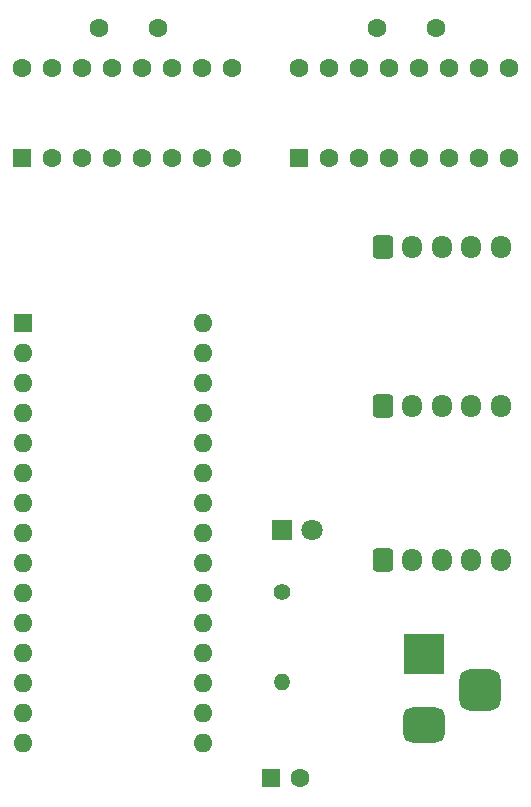
<source format=gbr>
%TF.GenerationSoftware,KiCad,Pcbnew,9.0.0*%
%TF.CreationDate,2025-06-11T13:28:55+03:00*%
%TF.ProjectId,motorControlBoard,6d6f746f-7243-46f6-9e74-726f6c426f61,rev?*%
%TF.SameCoordinates,Original*%
%TF.FileFunction,Soldermask,Bot*%
%TF.FilePolarity,Negative*%
%FSLAX46Y46*%
G04 Gerber Fmt 4.6, Leading zero omitted, Abs format (unit mm)*
G04 Created by KiCad (PCBNEW 9.0.0) date 2025-06-11 13:28:55*
%MOMM*%
%LPD*%
G01*
G04 APERTURE LIST*
G04 Aperture macros list*
%AMRoundRect*
0 Rectangle with rounded corners*
0 $1 Rounding radius*
0 $2 $3 $4 $5 $6 $7 $8 $9 X,Y pos of 4 corners*
0 Add a 4 corners polygon primitive as box body*
4,1,4,$2,$3,$4,$5,$6,$7,$8,$9,$2,$3,0*
0 Add four circle primitives for the rounded corners*
1,1,$1+$1,$2,$3*
1,1,$1+$1,$4,$5*
1,1,$1+$1,$6,$7*
1,1,$1+$1,$8,$9*
0 Add four rect primitives between the rounded corners*
20,1,$1+$1,$2,$3,$4,$5,0*
20,1,$1+$1,$4,$5,$6,$7,0*
20,1,$1+$1,$6,$7,$8,$9,0*
20,1,$1+$1,$8,$9,$2,$3,0*%
G04 Aperture macros list end*
%ADD10R,1.800000X1.800000*%
%ADD11C,1.800000*%
%ADD12O,1.400000X1.400000*%
%ADD13C,1.400000*%
%ADD14R,1.600000X1.600000*%
%ADD15O,1.600000X1.600000*%
%ADD16RoundRect,0.250000X-0.600000X-0.725000X0.600000X-0.725000X0.600000X0.725000X-0.600000X0.725000X0*%
%ADD17O,1.700000X1.950000*%
%ADD18C,1.600000*%
%ADD19R,3.500000X3.500000*%
%ADD20RoundRect,0.750000X1.000000X-0.750000X1.000000X0.750000X-1.000000X0.750000X-1.000000X-0.750000X0*%
%ADD21RoundRect,0.875000X0.875000X-0.875000X0.875000X0.875000X-0.875000X0.875000X-0.875000X-0.875000X0*%
%ADD22RoundRect,0.250000X0.550000X-0.550000X0.550000X0.550000X-0.550000X0.550000X-0.550000X-0.550000X0*%
G04 APERTURE END LIST*
D10*
%TO.C,D1*%
X133460000Y-66000000D03*
D11*
X136000000Y-66000000D03*
%TD*%
D12*
%TO.C,R1*%
X133500000Y-78810000D03*
D13*
X133500000Y-71190000D03*
%TD*%
D14*
%TO.C,A1*%
X111500000Y-48450000D03*
D15*
X111500000Y-50990000D03*
X111500000Y-53530000D03*
X111500000Y-56070000D03*
X111500000Y-58610000D03*
X111500000Y-61150000D03*
X111500000Y-63690000D03*
X111500000Y-66230000D03*
X111500000Y-68770000D03*
X111500000Y-71310000D03*
X111500000Y-73850000D03*
X111500000Y-76390000D03*
X111500000Y-78930000D03*
X111500000Y-81470000D03*
X111500000Y-84010000D03*
X126740000Y-84010000D03*
X126740000Y-81470000D03*
X126740000Y-78930000D03*
X126740000Y-76390000D03*
X126740000Y-73850000D03*
X126740000Y-71310000D03*
X126740000Y-68770000D03*
X126740000Y-66230000D03*
X126740000Y-63690000D03*
X126740000Y-61150000D03*
X126740000Y-58610000D03*
X126740000Y-56070000D03*
X126740000Y-53530000D03*
X126740000Y-50990000D03*
X126740000Y-48450000D03*
%TD*%
D16*
%TO.C,J4*%
X142000000Y-68500000D03*
D17*
X144500000Y-68500000D03*
X147000000Y-68500000D03*
X149500000Y-68500000D03*
X152000000Y-68500000D03*
%TD*%
D16*
%TO.C,J2*%
X142000000Y-55475000D03*
D17*
X144500000Y-55475000D03*
X147000000Y-55475000D03*
X149500000Y-55475000D03*
X152000000Y-55475000D03*
%TD*%
D18*
%TO.C,C2*%
X146500000Y-23500000D03*
X141500000Y-23500000D03*
%TD*%
D16*
%TO.C,J3*%
X142000000Y-41975000D03*
D17*
X144500000Y-41975000D03*
X147000000Y-41975000D03*
X149500000Y-41975000D03*
X152000000Y-41975000D03*
%TD*%
D19*
%TO.C,J1*%
X145500000Y-76500000D03*
D20*
X145500000Y-82500000D03*
D21*
X150200000Y-79500000D03*
%TD*%
D22*
%TO.C,U1*%
X111460000Y-34500000D03*
D18*
X114000000Y-34500000D03*
X116540000Y-34500000D03*
X119080000Y-34500000D03*
X121620000Y-34500000D03*
X124160000Y-34500000D03*
X126700000Y-34500000D03*
X129240000Y-34500000D03*
X129240000Y-26880000D03*
X126700000Y-26880000D03*
X124160000Y-26880000D03*
X121620000Y-26880000D03*
X119080000Y-26880000D03*
X116540000Y-26880000D03*
X114000000Y-26880000D03*
X111460000Y-26880000D03*
%TD*%
%TO.C,C1*%
X123000000Y-23500000D03*
X118000000Y-23500000D03*
%TD*%
D22*
%TO.C,U2*%
X134920000Y-34500000D03*
D18*
X137460000Y-34500000D03*
X140000000Y-34500000D03*
X142540000Y-34500000D03*
X145080000Y-34500000D03*
X147620000Y-34500000D03*
X150160000Y-34500000D03*
X152700000Y-34500000D03*
X152700000Y-26880000D03*
X150160000Y-26880000D03*
X147620000Y-26880000D03*
X145080000Y-26880000D03*
X142540000Y-26880000D03*
X140000000Y-26880000D03*
X137460000Y-26880000D03*
X134920000Y-26880000D03*
%TD*%
D14*
%TO.C,C4*%
X132500000Y-87000000D03*
D18*
X135000000Y-87000000D03*
%TD*%
M02*

</source>
